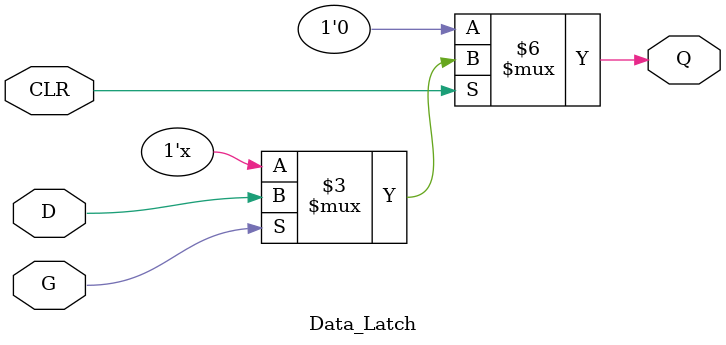
<source format=v>
module Data_Latch(CLR,D,G,Q);
input CLR,D,G;
output reg Q;
always @(*) begin
if (~CLR)
Q<=0;
else if (G)
Q<=D;	
end
endmodule
</source>
